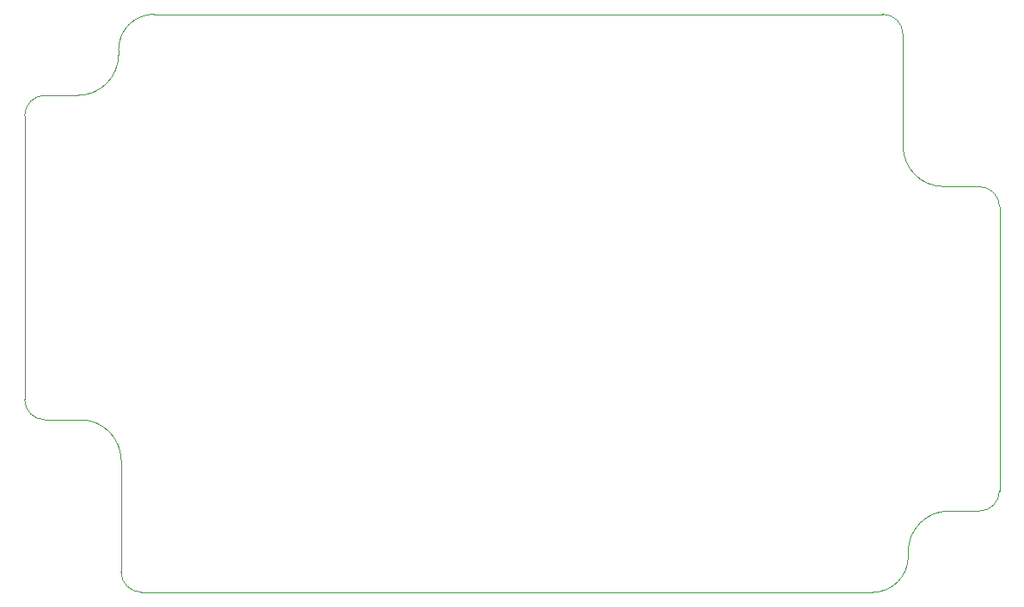
<source format=gbr>
%TF.GenerationSoftware,KiCad,Pcbnew,9.0.4*%
%TF.CreationDate,2025-09-18T14:16:59+03:00*%
%TF.ProjectId,HidroNode_Project,48696472-6f4e-46f6-9465-5f50726f6a65,rev?*%
%TF.SameCoordinates,Original*%
%TF.FileFunction,Profile,NP*%
%FSLAX46Y46*%
G04 Gerber Fmt 4.6, Leading zero omitted, Abs format (unit mm)*
G04 Created by KiCad (PCBNEW 9.0.4) date 2025-09-18 14:16:59*
%MOMM*%
%LPD*%
G01*
G04 APERTURE LIST*
%TA.AperFunction,Profile*%
%ADD10C,0.050000*%
%TD*%
G04 APERTURE END LIST*
D10*
X129234037Y-85863464D02*
X132234037Y-85863464D01*
X43484037Y-44863464D02*
X42984037Y-44863464D01*
X134234037Y-83863464D02*
X134234037Y-55863464D01*
X42984037Y-44863464D02*
X40234037Y-44863464D01*
X124734037Y-49863464D02*
X124734037Y-38863464D01*
X122734036Y-36863465D02*
G75*
G02*
X124734035Y-38863465I-36J-2000035D01*
G01*
X47484037Y-40363464D02*
X47484037Y-40863464D01*
X38234037Y-46863464D02*
X38234037Y-74613464D01*
X47484037Y-40863464D02*
G75*
G02*
X43484037Y-44863457I-3999997J4D01*
G01*
X49734037Y-93863464D02*
G75*
G02*
X47734036Y-91863464I-37J1999964D01*
G01*
X122734037Y-36863464D02*
X50984037Y-36863464D01*
X128734037Y-53863464D02*
G75*
G02*
X124734036Y-49863464I-37J3999964D01*
G01*
X38234037Y-74613464D02*
X38234037Y-74863464D01*
X132234037Y-53863464D02*
X128734037Y-53863464D01*
X134234037Y-83863464D02*
G75*
G02*
X132234037Y-85863537I-2000037J-36D01*
G01*
X49734037Y-93872381D02*
X121734037Y-93872381D01*
X125242954Y-89863464D02*
G75*
G02*
X129242954Y-85863454I4000046J-36D01*
G01*
X125242954Y-90363464D02*
G75*
G02*
X121734037Y-93872454I-3508954J-36D01*
G01*
X40234037Y-76863464D02*
G75*
G02*
X38234036Y-74863464I-37J1999964D01*
G01*
X47734037Y-80863464D02*
X47734037Y-91863464D01*
X38234037Y-46863464D02*
G75*
G02*
X40234037Y-44863457I2000003J4D01*
G01*
X132234036Y-53863465D02*
G75*
G02*
X134234035Y-55863465I-36J-2000035D01*
G01*
X125242954Y-90363464D02*
X125242954Y-89863464D01*
X40234037Y-76863464D02*
X43734037Y-76863464D01*
X47484037Y-40363464D02*
G75*
G02*
X50984037Y-36863457I3500003J4D01*
G01*
X43734037Y-76863464D02*
G75*
G02*
X47734036Y-80863464I3J-3999996D01*
G01*
M02*

</source>
